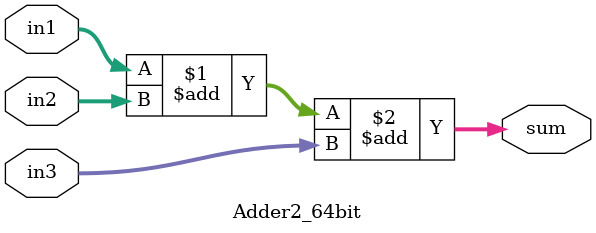
<source format=v>
module Adder2_64bit (
    input  wire [63:0] in1,  // Đầu vào thứ nhất
    input  wire [63:0] in2,  // Đầu vào thứ hai
    input  wire [63:0] in3,  // Đầu vào thứ ba
    output wire [63:0] sum   // Kết quả đầu ra
);

    // Thực hiện phép cộng modulo 2^32
    assign sum = in1 + in2 + in3;

endmodule
</source>
